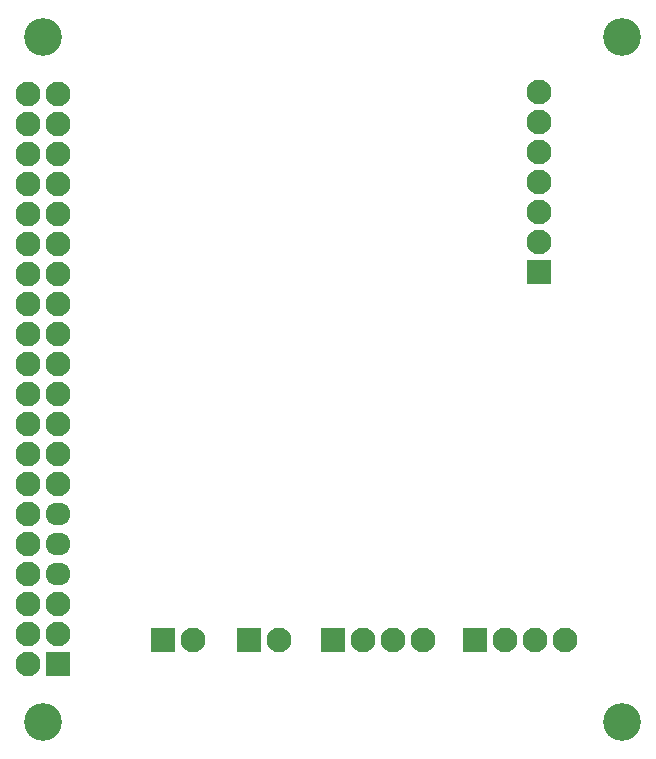
<source format=gbs>
G04*
G04 #@! TF.GenerationSoftware,Altium Limited,Altium Designer,20.0.11 (256)*
G04*
G04 Layer_Color=16711935*
%FSLAX24Y24*%
%MOIN*%
G70*
G01*
G75*
%ADD36R,0.0827X0.0827*%
%ADD37C,0.0827*%
%ADD38O,0.0827X0.0748*%
%ADD39R,0.0827X0.0827*%
%ADD40C,0.1261*%
D36*
X1873Y3364D02*
D03*
X17904Y16441D02*
D03*
D37*
X1873Y4364D02*
D03*
Y5364D02*
D03*
X873Y3364D02*
D03*
Y4364D02*
D03*
Y5364D02*
D03*
Y6364D02*
D03*
Y7364D02*
D03*
Y8364D02*
D03*
X1873Y9364D02*
D03*
X873D02*
D03*
X1873Y10364D02*
D03*
X873D02*
D03*
X1873Y11364D02*
D03*
X873D02*
D03*
X1873Y12364D02*
D03*
X873D02*
D03*
X1873Y13364D02*
D03*
X873D02*
D03*
X1873Y14364D02*
D03*
X873D02*
D03*
X1873Y15364D02*
D03*
X873D02*
D03*
X1873Y16364D02*
D03*
X873D02*
D03*
X1873Y17364D02*
D03*
X873D02*
D03*
X1873Y18364D02*
D03*
X873D02*
D03*
X1873Y19364D02*
D03*
X873D02*
D03*
X1873Y20364D02*
D03*
X873D02*
D03*
X1873Y21364D02*
D03*
X873D02*
D03*
X1873Y22364D02*
D03*
X873D02*
D03*
X16781Y4193D02*
D03*
X17781D02*
D03*
X18781D02*
D03*
X12032D02*
D03*
X13032D02*
D03*
X14031D02*
D03*
X17904Y22441D02*
D03*
Y21441D02*
D03*
Y20441D02*
D03*
Y19441D02*
D03*
Y18441D02*
D03*
Y17441D02*
D03*
X6378Y4193D02*
D03*
X9222D02*
D03*
D38*
X1873Y6364D02*
D03*
Y7364D02*
D03*
Y8364D02*
D03*
D39*
X15781Y4193D02*
D03*
X11032D02*
D03*
X5378D02*
D03*
X8222D02*
D03*
D40*
X20659Y1447D02*
D03*
Y24281D02*
D03*
X1373D02*
D03*
Y1447D02*
D03*
M02*

</source>
